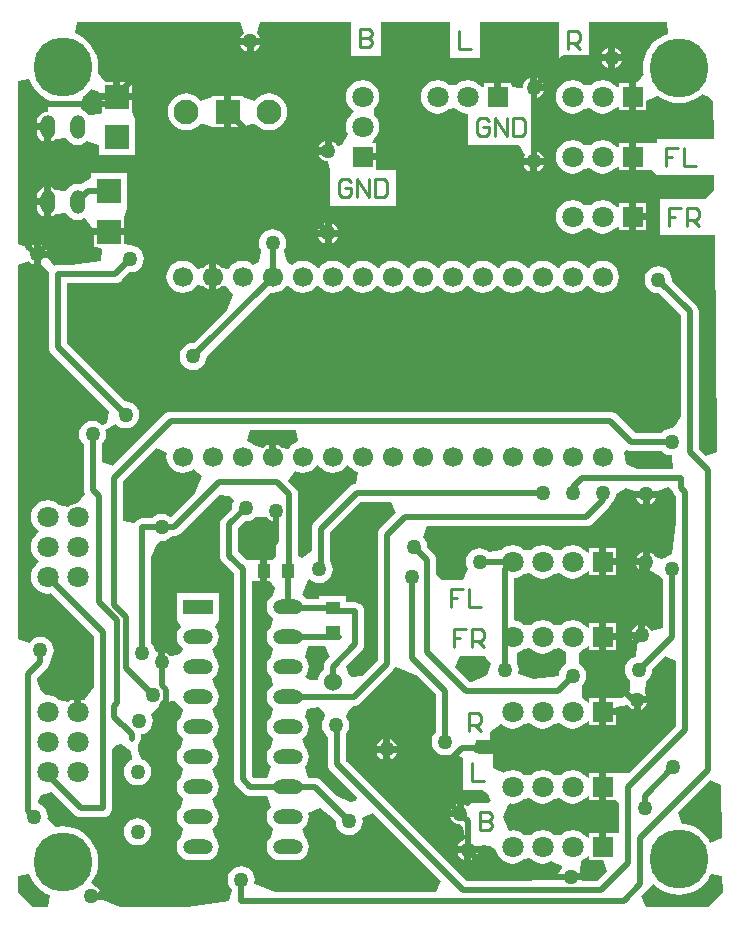
<source format=gtl>
%FSLAX24Y24*%
%MOIN*%
G70*
G01*
G75*
G04 Layer_Physical_Order=1*
G04 Layer_Color=255*
%ADD10R,0.0400X0.0500*%
%ADD11R,0.0500X0.0400*%
%ADD12R,0.0800X0.0800*%
%ADD13C,0.0197*%
%ADD14C,0.0100*%
%ADD15C,0.0709*%
%ADD16C,0.0827*%
%ADD17R,0.0827X0.0827*%
%ADD18C,0.0600*%
%ADD19C,0.1969*%
%ADD20R,0.0709X0.0709*%
%ADD21R,0.0709X0.0709*%
%ADD22C,0.0669*%
%ADD23O,0.0500X0.0800*%
%ADD24R,0.1000X0.0500*%
%ADD25O,0.1000X0.0500*%
%ADD26C,0.0500*%
G36*
X2822Y23988D02*
X2850Y23950D01*
X2923Y23894D01*
X3009Y23859D01*
X3100Y23847D01*
Y22696D01*
X2972Y22550D01*
X2822Y22550D01*
X2822Y22550D01*
Y22550D01*
X2820D01*
Y22200D01*
Y21850D01*
X2822D01*
X2822Y21850D01*
X2822Y21850D01*
X2907Y21850D01*
X3076Y21641D01*
X3023Y21393D01*
X2929Y21321D01*
X2857Y21227D01*
X2812Y21117D01*
X2796Y21000D01*
X2812Y20883D01*
X2857Y20773D01*
X2929Y20679D01*
X3023Y20607D01*
X3023Y20607D01*
D01*
X2929Y20321D01*
X2857Y20227D01*
X2812Y20117D01*
X2796Y20000D01*
X2812Y19883D01*
X2857Y19773D01*
X2929Y19679D01*
X3023Y19607D01*
X3023Y19607D01*
D01*
X2929Y19321D01*
X2857Y19227D01*
X2812Y19117D01*
X2796Y19000D01*
X2812Y18883D01*
X2857Y18773D01*
X2929Y18679D01*
X3023Y18393D01*
X3023D01*
X3023Y18393D01*
X2929Y18321D01*
X2857Y18227D01*
X2812Y18117D01*
X2796Y18000D01*
X2812Y17883D01*
X2857Y17773D01*
X2929Y17679D01*
X3023Y17607D01*
X3023Y17607D01*
D01*
X2929Y17321D01*
X2857Y17227D01*
X2812Y17117D01*
X2796Y17000D01*
X2812Y16883D01*
X2857Y16773D01*
X2929Y16679D01*
X3023Y16607D01*
X3023Y16607D01*
D01*
X2929Y16321D01*
X2857Y16227D01*
X2812Y16117D01*
X2796Y16000D01*
X2812Y15883D01*
X2857Y15773D01*
X2929Y15679D01*
X2933Y15666D01*
X2809Y15301D01*
X2375D01*
X2301Y15375D01*
Y21850D01*
X2301D01*
X2400D01*
X2579Y21850D01*
X2579Y21850D01*
X2579Y21850D01*
X2580D01*
Y22200D01*
Y22550D01*
X2400D01*
D01*
X2400D01*
D01*
X2129Y22550D01*
X1851Y22828D01*
Y23625D01*
X2075Y23849D01*
X2100Y23846D01*
X2217Y23862D01*
X2327Y23907D01*
X2421Y23979D01*
X2428Y23988D01*
X2822Y23988D01*
D02*
G37*
G36*
X-728Y26226D02*
X-523Y26124D01*
X-539Y26000D01*
X-521Y25860D01*
X-467Y25730D01*
X-381Y25619D01*
X-270Y25533D01*
X-140Y25479D01*
X0Y25461D01*
X140Y25479D01*
X270Y25533D01*
X342Y25588D01*
X654Y25349D01*
X428Y24804D01*
X-394Y23982D01*
X-473Y24043D01*
X-583Y24088D01*
X-700Y24104D01*
X-817Y24088D01*
X-927Y24043D01*
X-1021Y23971D01*
X-1036Y23951D01*
X-1350D01*
X-1428Y23941D01*
X-1500Y23911D01*
X-1563Y23863D01*
X-1611Y23800D01*
X-1613Y23795D01*
X-1999Y23872D01*
Y25175D01*
X-884Y26290D01*
X-728Y26226D01*
D02*
G37*
G36*
X7110Y24135D02*
X6587Y23613D01*
X6539Y23551D01*
X6509Y23478D01*
X6499Y23400D01*
Y19225D01*
X5968Y18694D01*
X5658Y18653D01*
X5551Y18741D01*
X5504Y18836D01*
X5447Y19022D01*
X5963Y19537D01*
X6011Y19599D01*
X6041Y19672D01*
X6051Y19750D01*
Y20850D01*
X6041Y20928D01*
X6011Y21000D01*
X5963Y21063D01*
X5900Y21111D01*
X5828Y21141D01*
X5750Y21151D01*
X5450D01*
Y21350D01*
X4550D01*
Y21251D01*
X4125D01*
X4071Y21321D01*
X3977Y21393D01*
X4190Y21908D01*
X4229Y21929D01*
Y21929D01*
X4229Y21929D01*
X4323Y21857D01*
X4433Y21812D01*
X4550Y21796D01*
X4667Y21812D01*
X4777Y21857D01*
X4871Y21929D01*
X4943Y22023D01*
X4988Y22133D01*
X5004Y22250D01*
X4988Y22367D01*
X4943Y22477D01*
X4901Y22532D01*
Y23475D01*
X5925Y24499D01*
X6959D01*
X7110Y24135D01*
D02*
G37*
G36*
X1594Y24688D02*
X1705Y24522D01*
X1662Y24417D01*
X1646Y24300D01*
X1649Y24275D01*
X1337Y23963D01*
X1289Y23900D01*
X1259Y23828D01*
X1249Y23750D01*
Y22700D01*
X1249Y22700D01*
X1249D01*
X1259Y22622D01*
X1289Y22550D01*
X1337Y22487D01*
X1699Y22125D01*
Y15250D01*
X1699Y15250D01*
X1699D01*
X1709Y15172D01*
X1739Y15100D01*
X1787Y15037D01*
X2037Y14787D01*
X2100Y14739D01*
X2172Y14709D01*
X2250Y14699D01*
X2809D01*
X2933Y14334D01*
X2929Y14321D01*
X2857Y14227D01*
X2812Y14117D01*
X2796Y14000D01*
X2812Y13883D01*
X2857Y13773D01*
X2929Y13679D01*
X3023Y13607D01*
X3023Y13607D01*
D01*
X2929Y13321D01*
X2857Y13227D01*
X2812Y13117D01*
X2796Y13000D01*
X2812Y12883D01*
X2857Y12773D01*
X2929Y12679D01*
X3023Y12607D01*
X3133Y12562D01*
X3250Y12546D01*
X3750D01*
X3867Y12562D01*
X3977Y12607D01*
X4071Y12679D01*
X4143Y12773D01*
X4188Y12883D01*
X4204Y13000D01*
X4188Y13117D01*
X4143Y13227D01*
X4071Y13321D01*
X3977Y13607D01*
X4071Y13679D01*
X4143Y13773D01*
X4188Y13883D01*
X4204Y14000D01*
X4188Y14117D01*
X4587Y14283D01*
X5035Y13939D01*
X5099Y13875D01*
X5096Y13850D01*
X5112Y13733D01*
X5157Y13623D01*
X5229Y13529D01*
X5323Y13457D01*
X5433Y13412D01*
X5550Y13396D01*
X5667Y13412D01*
X5777Y13457D01*
X5871Y13529D01*
X5943Y13623D01*
X5988Y13733D01*
X6004Y13850D01*
X5990Y13957D01*
X6125Y14024D01*
X6355Y14119D01*
X8610Y11865D01*
X8459Y11501D01*
X3068D01*
X2411Y11773D01*
X2390Y11797D01*
X2404Y11900D01*
X2388Y12017D01*
X2343Y12127D01*
X2271Y12221D01*
X2177Y12293D01*
X2067Y12338D01*
X1950Y12354D01*
X1833Y12338D01*
X1723Y12293D01*
X1629Y12221D01*
X1557Y12127D01*
X1512Y12017D01*
X1496Y11900D01*
X1512Y11783D01*
X1557Y11673D01*
X1629Y11579D01*
X1646Y11566D01*
X1544Y11186D01*
X130Y11000D01*
X-2085D01*
X-2640Y11230D01*
X-3050D01*
Y11470D01*
X-2721D01*
X-2744Y11527D01*
X-2800Y11600D01*
X-2873Y11656D01*
X-2873Y11656D01*
X-2873D01*
X-3039Y11802D01*
X-3039Y11802D01*
X-3039Y11802D01*
X-2942Y11961D01*
X-2870Y12133D01*
X-2827Y12314D01*
X-2812Y12500D01*
X-2827Y12686D01*
X-2870Y12867D01*
X-2942Y13039D01*
X-3039Y13198D01*
X-3160Y13340D01*
X-3302Y13461D01*
X-3461Y13558D01*
X-3633Y13630D01*
X-3814Y13673D01*
X-4000Y13688D01*
X-4186Y13673D01*
X-4213Y13667D01*
X-4505Y13930D01*
X-4496Y14000D01*
X-4512Y14117D01*
X-4557Y14227D01*
X-4629Y14321D01*
X-4723Y14393D01*
X-4723D01*
X-4830Y14456D01*
X-4819Y14538D01*
X-4734Y14745D01*
X-4348Y14822D01*
X-3613Y14087D01*
X-3550Y14039D01*
X-3478Y14009D01*
X-3400Y13999D01*
X-2650D01*
X-2572Y14009D01*
X-2500Y14039D01*
X-2437Y14087D01*
X-2389Y14150D01*
X-2359Y14222D01*
X-2349Y14300D01*
Y16277D01*
X-2223Y16403D01*
X-2039Y16440D01*
X-1719Y16210D01*
X-1679Y15913D01*
X-1727Y15893D01*
X-1821Y15821D01*
X-1893Y15727D01*
X-1938Y15617D01*
X-1954Y15500D01*
X-1938Y15383D01*
X-1893Y15273D01*
X-1821Y15179D01*
X-1727Y15107D01*
X-1617Y15062D01*
X-1500Y15046D01*
X-1383Y15062D01*
X-1273Y15107D01*
X-1179Y15179D01*
X-1107Y15273D01*
X-1062Y15383D01*
X-1046Y15500D01*
X-1062Y15617D01*
X-1107Y15727D01*
X-1179Y15821D01*
X-1273Y15893D01*
X-1383Y15938D01*
X-1383Y15939D01*
X-1389Y15951D01*
X-1389D01*
X-1487Y16189D01*
X-1487Y16387D01*
X-1475Y16402D01*
X-1475D01*
D01*
D01*
D01*
D01*
Y16402D01*
Y16402D01*
X-1475Y16402D01*
X-1439Y16450D01*
X-1409Y16522D01*
X-1399Y16600D01*
Y16750D01*
X-1399Y16753D01*
X-1333Y16762D01*
X-1223Y16807D01*
X-1129Y16879D01*
X-1057Y16973D01*
X-1012Y17083D01*
X-996Y17200D01*
X-1012Y17317D01*
X-1057Y17427D01*
X-883Y17612D01*
X-773Y17657D01*
X-679Y17729D01*
X-607Y17823D01*
X-605Y17828D01*
X-239Y17876D01*
X12Y17573D01*
X-71Y17321D01*
X-143Y17227D01*
X-188Y17117D01*
X-204Y17000D01*
X-188Y16883D01*
X-143Y16773D01*
X-71Y16679D01*
X23Y16607D01*
X23Y16607D01*
D01*
X-71Y16321D01*
X-143Y16227D01*
X-188Y16117D01*
X-204Y16000D01*
X-188Y15883D01*
X-143Y15773D01*
X-71Y15679D01*
X23Y15607D01*
X23Y15607D01*
D01*
X-71Y15321D01*
X-143Y15227D01*
X-188Y15117D01*
X-204Y15000D01*
X-188Y14883D01*
X-143Y14773D01*
X-71Y14679D01*
X23Y14607D01*
X23Y14607D01*
D01*
X-71Y14321D01*
X-143Y14227D01*
X-188Y14117D01*
X-204Y14000D01*
X-188Y13883D01*
X-143Y13773D01*
X-71Y13679D01*
X23Y13607D01*
X23Y13607D01*
D01*
X-71Y13321D01*
X-143Y13227D01*
X-188Y13117D01*
X-204Y13000D01*
X-188Y12883D01*
X-143Y12773D01*
X-71Y12679D01*
X23Y12607D01*
X133Y12562D01*
X250Y12546D01*
X750D01*
X867Y12562D01*
X977Y12607D01*
X1071Y12679D01*
X1143Y12773D01*
X1188Y12883D01*
X1204Y13000D01*
X1188Y13117D01*
X1143Y13227D01*
X1071Y13321D01*
X977Y13607D01*
X1071Y13679D01*
X1143Y13773D01*
X1188Y13883D01*
X1204Y14000D01*
X1188Y14117D01*
X1143Y14227D01*
X1071Y14321D01*
X977Y14607D01*
X1071Y14679D01*
X1143Y14773D01*
X1188Y14883D01*
X1204Y15000D01*
X1188Y15117D01*
X1143Y15227D01*
X1071Y15321D01*
X977Y15607D01*
X1071Y15679D01*
X1143Y15773D01*
X1188Y15883D01*
X1204Y16000D01*
X1188Y16117D01*
X1143Y16227D01*
X1071Y16321D01*
X977Y16607D01*
X1071Y16679D01*
X1143Y16773D01*
X1188Y16883D01*
X1204Y17000D01*
X1188Y17117D01*
X1143Y17227D01*
X1071Y17321D01*
X977Y17607D01*
X1071Y17679D01*
X1143Y17773D01*
X1188Y17883D01*
X1204Y18000D01*
X1188Y18117D01*
X1143Y18227D01*
X1071Y18321D01*
X977Y18607D01*
X1071Y18679D01*
X1143Y18773D01*
X1188Y18883D01*
X1204Y19000D01*
X1188Y19117D01*
X1143Y19227D01*
X1071Y19321D01*
X977Y19607D01*
X1071Y19679D01*
X1143Y19773D01*
X1188Y19883D01*
X1204Y20000D01*
X1188Y20117D01*
X1143Y20227D01*
X1071Y20321D01*
D01*
D01*
X1071Y20321D01*
X1071Y20321D01*
X1200Y20550D01*
X1200Y20550D01*
D01*
D01*
D01*
X1200Y20655D01*
X1200Y20655D01*
X1200D01*
Y21450D01*
X-200D01*
Y20655D01*
X-200Y20655D01*
X-200D01*
X-200Y20550D01*
D01*
D01*
D01*
X-200Y20550D01*
X-71Y20321D01*
D01*
D01*
Y20321D01*
X-143Y20227D01*
X-188Y20117D01*
X-204Y20000D01*
X-188Y19883D01*
X-143Y19773D01*
X-71Y19679D01*
X23Y19607D01*
X23Y19607D01*
D01*
X-17Y19485D01*
X-191Y19404D01*
X-423Y19364D01*
X-450Y19400D01*
X-523Y19456D01*
X-580Y19479D01*
Y19150D01*
X-820D01*
Y19490D01*
X-901Y19488D01*
X-912Y19567D01*
X-957Y19677D01*
X-1029Y19771D01*
X-1049Y19786D01*
Y22653D01*
X-860Y23109D01*
X-753Y23203D01*
X-700Y23196D01*
X-583Y23212D01*
X-473Y23257D01*
X-379Y23329D01*
X-364Y23349D01*
X-300D01*
X-222Y23359D01*
X-149Y23389D01*
X-87Y23437D01*
X1202Y24726D01*
X1594Y24688D01*
D02*
G37*
G36*
X14872Y26209D02*
X14950Y26199D01*
X15964D01*
X15979Y26179D01*
X16073Y26107D01*
X16183Y26062D01*
X16297Y26046D01*
X16302Y26033D01*
X16358Y25608D01*
X16351Y25601D01*
X15147D01*
X14767Y25759D01*
X14698Y26146D01*
X14799Y26239D01*
D01*
X14799Y26239D01*
X14872Y26209D01*
D02*
G37*
G36*
X3841Y26513D02*
X3730Y26467D01*
X3619Y26381D01*
X3533Y26270D01*
D01*
X3310Y26310D01*
X3219Y26380D01*
X3120Y26421D01*
Y26000D01*
X2880D01*
Y26421D01*
X2781Y26380D01*
X2690Y26310D01*
X2381Y26381D01*
X2270Y26467D01*
X2159Y26513D01*
X2236Y26899D01*
X3764D01*
X3841Y26513D01*
D02*
G37*
G36*
X16172Y24999D02*
X16312Y24899D01*
X16342Y24827D01*
X16390Y24764D01*
X16447Y24707D01*
Y23824D01*
X16308Y22767D01*
X16105Y22656D01*
X16073Y22643D01*
X16054Y22629D01*
X15963Y22579D01*
X15756Y22677D01*
X15700Y22750D01*
X15627Y22806D01*
X15570Y22829D01*
Y22500D01*
Y22171D01*
X15627Y22194D01*
X15627D01*
Y22194D01*
X15907Y22023D01*
X15979Y21929D01*
X15999Y21914D01*
Y20286D01*
X15613Y20209D01*
X15606Y20227D01*
X15550Y20300D01*
X15477Y20356D01*
X15420Y20379D01*
Y20050D01*
X15300D01*
Y19930D01*
X14971D01*
X14994Y19873D01*
X15050Y19800D01*
X15123Y19744D01*
X15154Y19731D01*
X15103Y19341D01*
X15083Y19338D01*
X14973Y19293D01*
X14879Y19221D01*
X14807Y19127D01*
X14762Y19017D01*
X14746Y18900D01*
X14762Y18783D01*
X14807Y18673D01*
X14879Y18579D01*
X14913Y18553D01*
X14913Y18233D01*
X14635Y17954D01*
X14454D01*
Y17954D01*
X14120D01*
Y17620D01*
X14454D01*
Y17656D01*
X14840Y17733D01*
X14844Y17723D01*
X14900Y17650D01*
X14973Y17594D01*
X15030Y17571D01*
Y17900D01*
X15150D01*
Y18020D01*
X15479D01*
X15456Y18077D01*
X15407Y18140D01*
X15458Y18531D01*
X15521Y18579D01*
X15593Y18673D01*
X15638Y18783D01*
X15654Y18900D01*
X15651Y18925D01*
X16084Y19358D01*
X16447Y19207D01*
Y17023D01*
X14879Y15454D01*
X14454Y15454D01*
D01*
X14454D01*
D01*
X14193Y15454D01*
X14193Y15454D01*
X14193Y15454D01*
X14120D01*
Y15000D01*
Y14546D01*
X14271D01*
X14271Y14546D01*
X14271Y14546D01*
X14454Y14546D01*
X14549Y14451D01*
Y13454D01*
X14549D01*
X14454D01*
X14271Y13454D01*
X14271Y13454D01*
X14271Y13454D01*
X14120D01*
Y13000D01*
X13880D01*
Y13454D01*
X13546D01*
Y13305D01*
X13395Y13395D01*
Y13395D01*
X13395Y13395D01*
X13395Y13395D01*
X13395Y13395D01*
D01*
X13280Y13484D01*
X13145Y13540D01*
X13000Y13559D01*
X12855Y13540D01*
X12720Y13484D01*
X12605Y13395D01*
X12411Y13381D01*
X12395Y13395D01*
X12395Y13395D01*
Y13395D01*
X12280Y13484D01*
X12145Y13540D01*
X12000Y13559D01*
X11855Y13540D01*
X11720Y13484D01*
X11605Y13395D01*
X11411Y13381D01*
X11395Y13395D01*
X11395Y13395D01*
Y13395D01*
X11280Y13484D01*
X11145Y13540D01*
X11000Y13559D01*
X10896Y13545D01*
X10829Y13604D01*
X10665Y14000D01*
X10829Y14396D01*
X10896Y14455D01*
X11000Y14441D01*
X11145Y14460D01*
X11280Y14516D01*
X11395Y14605D01*
X11589Y14619D01*
X11605Y14605D01*
X11605Y14605D01*
Y14605D01*
X11720Y14516D01*
X11855Y14460D01*
X12000Y14441D01*
X12145Y14460D01*
X12280Y14516D01*
X12395Y14605D01*
X12589Y14619D01*
X12605Y14605D01*
X12605Y14605D01*
Y14605D01*
X12720Y14516D01*
X12855Y14460D01*
X13000Y14441D01*
X13145Y14460D01*
X13280Y14516D01*
X13395Y14605D01*
D01*
X13395Y14605D01*
X13395Y14605D01*
X13395Y14605D01*
Y14605D01*
X13546Y14695D01*
Y14546D01*
X13880D01*
Y15000D01*
Y15454D01*
X13546D01*
Y15305D01*
X13395Y15395D01*
Y15395D01*
X13395Y15395D01*
X13395Y15395D01*
X13395Y15395D01*
D01*
X13280Y15484D01*
X13145Y15540D01*
X13000Y15559D01*
X12855Y15540D01*
X12720Y15484D01*
X12605Y15395D01*
X12411Y15381D01*
X12395Y15395D01*
X12395Y15395D01*
Y15395D01*
X12280Y15484D01*
X12145Y15540D01*
X12000Y15559D01*
X11855Y15540D01*
X11720Y15484D01*
X11605Y15395D01*
X11411Y15381D01*
X11395Y15395D01*
X11395Y15395D01*
Y15395D01*
X11280Y15484D01*
X11145Y15540D01*
X11000Y15559D01*
X10855Y15540D01*
X10720Y15484D01*
X10703Y15471D01*
X10350Y15645D01*
Y16100D01*
X9871D01*
X9716Y16164D01*
X9793Y16550D01*
X10250D01*
Y16832D01*
X10605Y17105D01*
X10720Y17016D01*
X10855Y16960D01*
X11000Y16941D01*
X11145Y16960D01*
X11280Y17016D01*
X11395Y17105D01*
X11589Y17119D01*
X11605Y17105D01*
X11605Y17105D01*
Y17105D01*
X11720Y17016D01*
X11855Y16960D01*
X12000Y16941D01*
X12145Y16960D01*
X12280Y17016D01*
X12395Y17105D01*
X12589Y17119D01*
X12605Y17105D01*
X12605Y17105D01*
Y17105D01*
X12720Y17016D01*
X12855Y16960D01*
X13000Y16941D01*
X13145Y16960D01*
X13280Y17016D01*
X13395Y17105D01*
D01*
X13395Y17105D01*
X13395Y17105D01*
X13395Y17105D01*
Y17105D01*
X13546Y17195D01*
Y17046D01*
X13880D01*
Y17500D01*
Y17954D01*
X13546D01*
Y17805D01*
X13546Y17805D01*
X13299Y17969D01*
Y18363D01*
X13321Y18379D01*
X13393Y18473D01*
X13438Y18583D01*
X13454Y18700D01*
X13438Y18817D01*
X13393Y18927D01*
X13321Y19021D01*
X13227Y19093D01*
X13218Y19097D01*
Y19476D01*
X13274Y19513D01*
X13280Y19516D01*
X13294Y19527D01*
X13546Y19695D01*
X13546Y19695D01*
Y19546D01*
X13880D01*
Y20000D01*
Y20454D01*
X13546D01*
Y20305D01*
X13395Y20395D01*
Y20395D01*
X13395Y20395D01*
X13395Y20395D01*
X13395Y20395D01*
D01*
X13280Y20484D01*
X13145Y20540D01*
X13000Y20559D01*
X12855Y20540D01*
X12720Y20484D01*
X12605Y20395D01*
X12411Y20381D01*
X12395Y20395D01*
X12395Y20395D01*
Y20395D01*
X12280Y20484D01*
X12145Y20540D01*
X12000Y20559D01*
X11855Y20540D01*
X11720Y20484D01*
X11605Y20395D01*
X11411Y20381D01*
X11395Y20395D01*
X11395Y20395D01*
Y20395D01*
X11280Y20484D01*
X11145Y20540D01*
X11051Y20552D01*
Y21948D01*
X11145Y21960D01*
X11280Y22016D01*
X11395Y22105D01*
X11589Y22119D01*
X11605Y22105D01*
X11605Y22105D01*
Y22105D01*
X11720Y22016D01*
X11855Y21960D01*
X12000Y21941D01*
X12145Y21960D01*
X12280Y22016D01*
X12395Y22105D01*
X12589Y22119D01*
X12605Y22105D01*
X12605Y22105D01*
Y22105D01*
X12720Y22016D01*
X12855Y21960D01*
X13000Y21941D01*
X13145Y21960D01*
X13280Y22016D01*
X13395Y22105D01*
D01*
X13395Y22105D01*
X13395Y22105D01*
X13395Y22105D01*
Y22105D01*
X13546Y22195D01*
Y22046D01*
X13880D01*
Y22500D01*
Y22954D01*
X13546D01*
Y22805D01*
X13395Y22895D01*
Y22895D01*
X13395Y22895D01*
X13395Y22895D01*
X13395Y22895D01*
D01*
X13280Y22984D01*
X13145Y23040D01*
X13000Y23059D01*
X12855Y23040D01*
X12720Y22984D01*
X12605Y22895D01*
X12411Y22881D01*
X12395Y22895D01*
X12395Y22895D01*
Y22895D01*
X12280Y22984D01*
X12145Y23040D01*
X12000Y23059D01*
X11855Y23040D01*
X11720Y22984D01*
X11605Y22895D01*
X11411Y22881D01*
X11395Y22895D01*
X11395Y22895D01*
Y22895D01*
X11280Y22984D01*
X11145Y23040D01*
X11000Y23059D01*
X10855Y23040D01*
X10720Y22984D01*
X10605Y22895D01*
X10596Y22884D01*
X10206Y22833D01*
X10127Y22893D01*
X10017Y22938D01*
X9900Y22954D01*
X9783Y22938D01*
X9673Y22893D01*
X9579Y22821D01*
X9507Y22727D01*
X9462Y22617D01*
X9446Y22500D01*
X9462Y22383D01*
X9507Y22273D01*
X9522Y22253D01*
X9348Y21900D01*
X8729D01*
X8729Y21900D01*
X8729Y21900D01*
X8650Y21900D01*
X8451Y22099D01*
Y22550D01*
X8441Y22628D01*
X8411Y22701D01*
X8363Y22763D01*
X8151Y22975D01*
X8154Y23000D01*
X8138Y23117D01*
X8093Y23227D01*
X8021Y23321D01*
X8014Y23326D01*
X8141Y23699D01*
X13450D01*
X13528Y23709D01*
X13600Y23739D01*
X13663Y23787D01*
X14213Y24337D01*
X14261Y24399D01*
X14279Y24444D01*
X14281Y24448D01*
X14321Y24479D01*
X14393Y24573D01*
X14438Y24683D01*
X14451Y24776D01*
X14792Y24973D01*
X15040Y24870D01*
X15860D01*
X16172Y24999D01*
D01*
Y24999D01*
D02*
G37*
G36*
X5619Y25619D02*
X5619Y25619D01*
Y25619D01*
X5730Y25533D01*
X5836Y25489D01*
X5784Y25099D01*
X5722Y25091D01*
X5649Y25061D01*
X5587Y25013D01*
X4387Y23813D01*
X4339Y23751D01*
X4309Y23678D01*
X4299Y23600D01*
Y22874D01*
X3979Y22645D01*
X3849Y22689D01*
Y24752D01*
X3839Y24829D01*
X3809Y24902D01*
X3761Y24964D01*
X3526Y25200D01*
X3745Y25527D01*
X3860Y25479D01*
X4000Y25461D01*
X4140Y25479D01*
X4270Y25533D01*
X4381Y25619D01*
X4467Y25730D01*
X4619Y25619D01*
X4619Y25619D01*
Y25619D01*
X4730Y25533D01*
X4860Y25479D01*
X5000Y25461D01*
X5140Y25479D01*
X5270Y25533D01*
X5381Y25619D01*
X5467Y25730D01*
X5619Y25619D01*
D02*
G37*
G36*
X12605Y19605D02*
X12605Y19605D01*
Y19605D01*
X12720Y19516D01*
X12782Y19490D01*
Y19097D01*
X12773Y19093D01*
X12679Y19021D01*
X12607Y18927D01*
X12562Y18817D01*
X12546Y18700D01*
X11667Y18584D01*
X11211Y18773D01*
X11190Y18797D01*
X11204Y18900D01*
X11188Y19017D01*
X11143Y19127D01*
X11145Y19460D01*
D01*
X11145Y19460D01*
X11280Y19516D01*
X11395Y19605D01*
X11589Y19619D01*
X11605Y19605D01*
X11605Y19605D01*
Y19605D01*
X11720Y19516D01*
X11855Y19460D01*
X12000Y19441D01*
X12145Y19460D01*
X12280Y19516D01*
X12395Y19605D01*
X12589Y19619D01*
X12605Y19605D01*
D02*
G37*
G36*
X13546Y12546D02*
X14006D01*
X14156Y12182D01*
X13825Y11851D01*
X13329D01*
X13324Y11880D01*
X12950D01*
Y12120D01*
X13279D01*
X13256Y12177D01*
X13280Y12516D01*
D01*
D01*
X13395Y12605D01*
D01*
X13395Y12605D01*
X13395Y12605D01*
X13395Y12605D01*
Y12605D01*
X13546Y12695D01*
Y12695D01*
Y12546D01*
D02*
G37*
G36*
X17957Y15068D02*
X17978Y13297D01*
X17594Y13138D01*
X17496Y13297D01*
X17375Y13438D01*
X17234Y13559D01*
X17075Y13657D01*
X16903Y13728D01*
X16721Y13772D01*
X16658Y13777D01*
X16522Y14146D01*
X17592Y15217D01*
X17957Y15068D01*
D02*
G37*
G36*
X-5058Y11961D02*
X-4961Y11802D01*
X-4840Y11660D01*
X-4698Y11539D01*
X-4539Y11442D01*
X-4405Y11386D01*
X-4482Y11000D01*
X-5000D01*
X-5500Y11500D01*
Y12018D01*
X-5114Y12095D01*
X-5058Y11961D01*
D02*
G37*
G36*
X17994Y12017D02*
X18000Y11500D01*
X17500Y11000D01*
X15440D01*
X15289Y11364D01*
X15463Y11537D01*
X15511Y11600D01*
X15511Y11600D01*
Y11600D01*
X15695Y11758D01*
D01*
D01*
D01*
X15837Y11637D01*
X15996Y11540D01*
X16168Y11469D01*
X16350Y11425D01*
X16535Y11411D01*
X16721Y11425D01*
X16903Y11469D01*
X17075Y11540D01*
X17234Y11637D01*
X17375Y11758D01*
X17496Y11900D01*
X17594Y12059D01*
X17607Y12091D01*
X17994Y12017D01*
D02*
G37*
G36*
X4910Y19335D02*
X4787Y19213D01*
X4739Y19151D01*
X4709Y19078D01*
X4699Y19000D01*
Y18899D01*
X4643Y18857D01*
X4563Y18752D01*
X4513Y18631D01*
X4505Y18574D01*
X4245Y18548D01*
X4069Y18666D01*
X4068Y18670D01*
X4071Y18679D01*
X4143Y18773D01*
X4188Y18883D01*
X4204Y19000D01*
X4188Y19117D01*
X4143Y19227D01*
X4071Y19321D01*
X4067Y19334D01*
X4191Y19699D01*
X4759D01*
X4910Y19335D01*
D02*
G37*
G36*
X7836Y18689D02*
X8449Y18075D01*
Y16836D01*
X8429Y16821D01*
X8357Y16727D01*
X8312Y16617D01*
X8296Y16500D01*
X8312Y16383D01*
X8357Y16273D01*
X8429Y16179D01*
X8523Y16107D01*
X8633Y16062D01*
X8750Y16046D01*
X8867Y16062D01*
X8977Y16107D01*
X8997Y16122D01*
X9350Y15948D01*
Y14900D01*
X9976D01*
X10185Y14761D01*
X10264Y14527D01*
X10163Y14450D01*
X9600D01*
Y14450D01*
X9500Y14350D01*
X9500Y14350D01*
X9427Y14406D01*
X9370Y14429D01*
Y14100D01*
X9250D01*
Y13980D01*
X8921D01*
X8944Y13923D01*
X9000Y13850D01*
X9073Y13794D01*
X9159Y13759D01*
X9250Y13747D01*
X9351Y13677D01*
X9401Y13298D01*
X9391Y13233D01*
X9323Y13206D01*
X9250Y13150D01*
X9194Y13077D01*
X9171Y13020D01*
X9910D01*
X10026Y13068D01*
X10001Y13058D01*
X10248Y13025D01*
X10453Y12907D01*
X10460Y12855D01*
X10516Y12720D01*
X10605Y12605D01*
X10720Y12516D01*
X10855Y12460D01*
X11000Y12441D01*
X11145Y12460D01*
X11280Y12516D01*
X11395Y12605D01*
X11589Y12619D01*
X11605Y12605D01*
X11605Y12605D01*
Y12605D01*
X11720Y12516D01*
X11855Y12460D01*
X12000Y12441D01*
X12145Y12460D01*
X12280Y12516D01*
X12282Y12518D01*
X12646Y12367D01*
X12656Y12289D01*
X12416Y11976D01*
X11465Y11851D01*
X9475D01*
X5451Y15875D01*
Y16768D01*
X5493Y16823D01*
X5538Y16933D01*
X5554Y17050D01*
X5538Y17167D01*
X5493Y17277D01*
X5439Y17347D01*
X5504Y17479D01*
X5674Y17701D01*
X5702D01*
X5779Y17711D01*
X5852Y17741D01*
X5914Y17789D01*
X7013Y18887D01*
X7061Y18950D01*
X7061D01*
X7105Y18991D01*
Y18991D01*
X7836Y18689D01*
D02*
G37*
G36*
X4696Y17479D02*
X4761Y17347D01*
X4707Y17277D01*
X4662Y17167D01*
X4646Y17050D01*
X4662Y16933D01*
X4707Y16823D01*
X4779Y16729D01*
X4849Y16675D01*
Y15750D01*
X4849Y15750D01*
X4849D01*
X4859Y15672D01*
X4889Y15599D01*
X4937Y15537D01*
X5819Y14655D01*
X5765Y14524D01*
X5593Y14490D01*
X5086Y14740D01*
X4613Y15213D01*
X4550Y15261D01*
X4478Y15291D01*
X4400Y15301D01*
X4191D01*
X4067Y15666D01*
X4071Y15679D01*
X4143Y15773D01*
X4188Y15883D01*
X4204Y16000D01*
X4188Y16117D01*
X4143Y16227D01*
X4071Y16321D01*
X3977Y16607D01*
X4071Y16679D01*
X4143Y16773D01*
X4188Y16883D01*
X4204Y17000D01*
X4188Y17117D01*
X4143Y17227D01*
X4071Y17321D01*
X4065Y17338D01*
X4158Y17610D01*
X4546Y17674D01*
X4696Y17479D01*
D02*
G37*
G36*
X10125Y19305D02*
X10267Y19093D01*
X10152Y18717D01*
X9632Y18501D01*
X9575D01*
X9089Y18986D01*
X9240Y19350D01*
X10066D01*
X10125Y19305D01*
D02*
G37*
G36*
X16180Y40109D02*
X16168Y40106D01*
X15996Y40035D01*
X15837Y39937D01*
X15695Y39816D01*
X15574Y39675D01*
X15477Y39516D01*
X15406Y39343D01*
X15362Y39162D01*
X15348Y38976D01*
X15362Y38791D01*
X15369Y38764D01*
X15170Y38512D01*
X15120Y38491D01*
Y38000D01*
Y37546D01*
X15454D01*
Y37872D01*
X15812Y38037D01*
X15837Y38015D01*
X15996Y37918D01*
X16168Y37847D01*
X16350Y37803D01*
X16535Y37788D01*
X16721Y37803D01*
X16903Y37847D01*
X17075Y37918D01*
X17234Y38015D01*
X17324Y38092D01*
X17544Y37992D01*
X17683Y37874D01*
X17698Y36603D01*
X17400Y36600D01*
Y36600D01*
X15800D01*
Y36454D01*
X15454D01*
Y36454D01*
X15120D01*
Y36000D01*
Y35546D01*
X15454D01*
Y35546D01*
X15654D01*
X15800Y35400D01*
Y35400D01*
X17400D01*
Y35400D01*
X17713D01*
X17719Y34880D01*
X17442Y34600D01*
X15900D01*
Y33400D01*
X17457D01*
D01*
X17500Y33400D01*
X17500D01*
X17737D01*
X17824Y26168D01*
X17461Y26015D01*
X17201Y26275D01*
Y30850D01*
X17191Y30928D01*
X17161Y31000D01*
X17113Y31063D01*
X16301Y31875D01*
X16304Y31900D01*
X16288Y32017D01*
X16243Y32127D01*
X16171Y32221D01*
X16077Y32293D01*
X15967Y32338D01*
X15850Y32354D01*
X15733Y32338D01*
X15623Y32293D01*
X15529Y32221D01*
X15457Y32127D01*
X15412Y32017D01*
X15396Y31900D01*
X15412Y31783D01*
X15457Y31673D01*
X15529Y31579D01*
X15623Y31507D01*
X15733Y31462D01*
X15850Y31446D01*
X15875Y31449D01*
X16599Y30725D01*
Y27377D01*
X16493Y27120D01*
X16303Y26953D01*
X16300Y26954D01*
X16183Y26938D01*
X16073Y26893D01*
X15979Y26821D01*
X15964Y26801D01*
X15075D01*
X14463Y27413D01*
X14401Y27461D01*
X14328Y27491D01*
X14250Y27501D01*
X-400D01*
X-478Y27491D01*
X-551Y27461D01*
X-613Y27413D01*
X-2335Y25690D01*
X-2699Y25841D01*
Y26414D01*
X-2679Y26429D01*
X-2607Y26523D01*
X-2562Y26633D01*
X-2546Y26750D01*
X-2562Y26867D01*
X-2576Y26902D01*
X-2235Y27099D01*
X-2221Y27081D01*
X-2127Y27009D01*
X-2017Y26963D01*
X-1900Y26948D01*
X-1783Y26963D01*
X-1673Y27009D01*
X-1579Y27081D01*
X-1507Y27175D01*
X-1462Y27284D01*
X-1446Y27402D01*
X-1462Y27519D01*
X-1507Y27629D01*
X-1579Y27723D01*
X-1673Y27795D01*
X-1783Y27840D01*
X-1900Y27855D01*
X-1925Y27852D01*
X-3849Y29776D01*
Y31799D01*
X-2250D01*
X-2172Y31809D01*
X-2100Y31839D01*
X-2037Y31887D01*
X-2037Y31887D01*
X-2037Y31887D01*
X-1775Y32149D01*
X-1750Y32146D01*
X-1633Y32162D01*
X-1523Y32207D01*
X-1429Y32279D01*
X-1357Y32373D01*
X-1312Y32483D01*
X-1296Y32600D01*
X-1312Y32717D01*
X-1357Y32827D01*
X-1429Y32921D01*
X-1523Y32993D01*
X-1633Y33038D01*
X-1750Y33054D01*
D01*
D01*
D01*
X-1750Y33054D01*
X-1750Y33054D01*
X-1950Y33094D01*
Y33380D01*
X-2950D01*
Y33000D01*
X-2871D01*
X-2680Y32921D01*
X-2731Y32531D01*
X-3716Y32401D01*
X-4150D01*
X-4228Y32391D01*
X-4300Y32361D01*
X-4489Y32630D01*
X-4730D01*
Y32393D01*
X-4442Y32171D01*
X-4451Y32100D01*
Y29652D01*
X-4451Y29652D01*
X-4451D01*
X-4441Y29574D01*
X-4411Y29501D01*
X-4363Y29439D01*
X-2457Y27533D01*
X-2509Y27143D01*
X-2665Y27053D01*
X-2679Y27071D01*
X-2773Y27143D01*
X-2883Y27188D01*
X-3000Y27204D01*
X-3117Y27188D01*
X-3227Y27143D01*
X-3321Y27071D01*
X-3393Y26977D01*
X-3438Y26867D01*
X-3454Y26750D01*
X-3438Y26633D01*
X-3393Y26523D01*
X-3321Y26429D01*
X-3301Y26414D01*
Y24900D01*
X-3301Y24900D01*
X-3301D01*
X-3291Y24822D01*
X-3261Y24750D01*
X-3261Y24750D01*
X-3500Y24458D01*
X-3619Y24443D01*
X-3729Y24397D01*
X-3824Y24324D01*
X-3824D01*
X-4105Y24395D01*
X-4220Y24484D01*
X-4355Y24540D01*
X-4500Y24559D01*
X-4645Y24540D01*
X-4780Y24484D01*
X-4895Y24395D01*
X-4984Y24280D01*
X-5040Y24145D01*
X-5059Y24000D01*
X-5040Y23855D01*
X-4984Y23720D01*
X-4895Y23605D01*
X-4895Y23605D01*
X-4780Y23516D01*
X-4895Y23395D01*
X-4895Y23395D01*
X-4895D01*
X-4984Y23280D01*
X-5040Y23145D01*
X-5059Y23000D01*
X-5040Y22855D01*
X-4984Y22720D01*
X-4895Y22605D01*
X-4895Y22605D01*
X-4780Y22516D01*
X-4895Y22395D01*
X-4895Y22395D01*
X-4895D01*
X-4984Y22280D01*
X-5040Y22145D01*
X-5059Y22000D01*
X-5040Y21855D01*
X-4984Y21720D01*
X-4895Y21605D01*
X-4780Y21516D01*
X-4645Y21460D01*
X-4500Y21441D01*
X-4382Y21456D01*
X-2951Y20025D01*
Y18314D01*
X-3258Y17913D01*
X-3278Y17900D01*
X-3380Y17942D01*
Y17500D01*
X-3620D01*
Y17942D01*
X-3729Y17897D01*
X-3824Y17824D01*
X-3824D01*
X-4105Y17895D01*
X-4220Y17984D01*
X-4355Y18040D01*
X-4500Y18059D01*
X-4553Y18052D01*
X-4705Y18185D01*
X-4849Y18533D01*
Y18625D01*
X-4537Y18937D01*
X-4489Y19000D01*
X-4459Y19072D01*
X-4459D01*
D01*
X-4459Y19072D01*
D01*
D01*
X-4459D01*
X-4459Y19072D01*
X-4357Y19323D01*
X-4357Y19323D01*
D01*
X-4312Y19433D01*
X-4296Y19550D01*
X-4312Y19667D01*
X-4357Y19777D01*
X-4429Y19871D01*
X-4523Y19943D01*
X-4633Y19988D01*
X-4750Y20004D01*
X-4867Y19988D01*
X-4977Y19943D01*
X-5071Y19871D01*
X-5127Y19798D01*
X-5492Y19921D01*
X-5500Y19925D01*
Y32410D01*
X-5127Y32536D01*
X-5100Y32500D01*
X-5027Y32444D01*
X-4970Y32421D01*
Y32750D01*
Y33079D01*
X-5027Y33056D01*
X-5100Y33000D01*
X-5127Y32964D01*
X-5500Y33090D01*
Y38518D01*
X-5114Y38595D01*
X-5058Y38461D01*
X-4961Y38302D01*
X-4840Y38160D01*
X-4698Y38039D01*
X-4539Y37942D01*
X-4447Y37903D01*
X-4500Y37503D01*
X-4591Y37491D01*
X-4677Y37456D01*
X-4750Y37400D01*
X-4806Y37327D01*
X-4841Y37241D01*
X-4853Y37150D01*
Y37120D01*
X-4500D01*
Y37000D01*
X-4380D01*
Y36521D01*
X-4323Y36544D01*
X-4250Y36600D01*
X-3893Y36623D01*
Y36623D01*
X-3893Y36623D01*
X-3821Y36529D01*
X-3727Y36457D01*
X-3617Y36412D01*
X-3500Y36396D01*
X-3383Y36412D01*
X-3273Y36457D01*
X-3179Y36529D01*
X-3173Y36537D01*
X-2800Y36411D01*
Y36050D01*
X-1600D01*
Y37222D01*
X-1600Y37222D01*
X-1600Y37222D01*
X-1600Y37250D01*
X-1700Y37500D01*
D01*
X-1700Y37528D01*
X-1700Y37528D01*
X-1700Y37528D01*
Y37880D01*
X-2700D01*
Y37528D01*
X-2700Y37528D01*
X-2700Y37528D01*
X-2700Y37500D01*
D01*
X-2724Y37440D01*
X-3114Y37386D01*
X-3179Y37471D01*
X-3273Y37543D01*
X-3372Y37584D01*
X-3376Y37635D01*
X-3325Y38025D01*
X-3302Y38039D01*
X-3160Y38160D01*
X-3069Y38266D01*
X-2847Y38184D01*
X-2742Y38120D01*
X-2320D01*
Y38500D01*
X-2584D01*
X-2828Y38809D01*
X-2827Y38814D01*
X-2812Y39000D01*
X-2827Y39186D01*
X-2870Y39367D01*
X-2942Y39539D01*
X-3039Y39698D01*
X-3160Y39840D01*
X-3302Y39961D01*
X-3461Y40058D01*
X-3595Y40114D01*
X-3518Y40500D01*
X1910D01*
X2036Y40127D01*
X2000Y40100D01*
X1944Y40027D01*
X1921Y39970D01*
X2579D01*
X2556Y40027D01*
X2500Y40100D01*
X2464Y40127D01*
X2590Y40500D01*
X5600D01*
Y39350D01*
X6600D01*
Y40500D01*
X8900D01*
D01*
Y40500D01*
X8900Y40222D01*
X8900Y40222D01*
X8900Y40222D01*
Y39300D01*
X9900D01*
Y40222D01*
X9900Y40222D01*
X9900Y40222D01*
X9900Y40500D01*
X9900Y40500D01*
X12550D01*
D01*
Y40500D01*
X12550Y40222D01*
X12550Y40222D01*
X12550Y40222D01*
Y39300D01*
X13550D01*
Y40222D01*
X13550Y40222D01*
X13550Y40222D01*
X13550Y40500D01*
X13550Y40500D01*
X16134D01*
X16180Y40109D01*
D02*
G37*
%LPC*%
G36*
X14180Y39180D02*
X13971D01*
X13994Y39123D01*
X14050Y39050D01*
X14123Y38994D01*
X14180Y38971D01*
Y39180D01*
D02*
G37*
G36*
X11820Y38629D02*
Y38420D01*
X12029D01*
X12006Y38477D01*
X11950Y38550D01*
X11877Y38606D01*
X11820Y38629D01*
D02*
G37*
G36*
X14454Y17380D02*
X14120D01*
Y17046D01*
X14454D01*
Y17380D01*
D02*
G37*
G36*
X15479Y17780D02*
X15270D01*
Y17571D01*
X15327Y17594D01*
X15400Y17650D01*
X15456Y17723D01*
X15479Y17780D01*
D02*
G37*
G36*
X14629Y39180D02*
X14420D01*
Y38971D01*
X14477Y38994D01*
X14550Y39050D01*
X14606Y39123D01*
X14629Y39180D01*
D02*
G37*
G36*
X14000Y38559D02*
X13855Y38540D01*
X13720Y38484D01*
X13605Y38395D01*
X13411Y38381D01*
X13395Y38395D01*
X13395Y38395D01*
Y38395D01*
X13280Y38484D01*
X13145Y38540D01*
X13000Y38559D01*
X12855Y38540D01*
X12720Y38484D01*
X12605Y38395D01*
X12516Y38280D01*
X12460Y38145D01*
X12441Y38000D01*
X12460Y37855D01*
X12516Y37720D01*
X12605Y37605D01*
X12720Y37516D01*
X12855Y37460D01*
X13000Y37441D01*
X13145Y37460D01*
X13280Y37516D01*
X13395Y37605D01*
X13589Y37619D01*
X13605Y37605D01*
X13605Y37605D01*
Y37605D01*
X13720Y37516D01*
X13855Y37460D01*
X14000Y37441D01*
X14145Y37460D01*
X14280Y37516D01*
X14395Y37605D01*
D01*
X14395Y37605D01*
X14395Y37605D01*
X14395Y37605D01*
Y37605D01*
X14546Y37695D01*
Y37546D01*
X14880D01*
Y38000D01*
Y38454D01*
X14546D01*
Y38305D01*
X14395Y38395D01*
Y38395D01*
X14395Y38395D01*
X14395Y38395D01*
X14395Y38395D01*
D01*
X14280Y38484D01*
X14145Y38540D01*
X14000Y38559D01*
D02*
G37*
G36*
X11580Y38629D02*
X11523Y38606D01*
X11450Y38550D01*
X11394Y38477D01*
X11359Y38391D01*
X11347Y38302D01*
X11347Y38302D01*
X11242Y38308D01*
X11242D01*
X10963Y38327D01*
X10954Y38454D01*
X10954D01*
D01*
D01*
X10942D01*
Y38454D01*
X10620D01*
Y38000D01*
X10380D01*
Y38454D01*
X10046D01*
Y38305D01*
X9895Y38395D01*
Y38395D01*
X9895Y38395D01*
X9895Y38395D01*
X9895Y38395D01*
D01*
X9780Y38484D01*
X9645Y38540D01*
X9500Y38559D01*
X9355Y38540D01*
X9220Y38484D01*
X9105Y38395D01*
X8911Y38381D01*
X8895Y38395D01*
X8895Y38395D01*
Y38395D01*
X8780Y38484D01*
X8645Y38540D01*
X8500Y38559D01*
X8355Y38540D01*
X8220Y38484D01*
X8105Y38395D01*
X8016Y38280D01*
X7960Y38145D01*
X7941Y38000D01*
X7960Y37855D01*
X8016Y37720D01*
X8105Y37605D01*
X8220Y37516D01*
X8355Y37460D01*
X8500Y37441D01*
X8645Y37460D01*
X8780Y37516D01*
X8895Y37605D01*
X9089Y37619D01*
X9105Y37605D01*
X9105Y37605D01*
Y37605D01*
X9220Y37516D01*
X9355Y37460D01*
X9500Y37441D01*
Y36400D01*
X11220D01*
X11264Y36342D01*
X11316Y36237D01*
D01*
X11405Y36057D01*
X11405D01*
X11410Y36047D01*
X11394Y36027D01*
X11371Y35970D01*
X12029D01*
X12006Y36027D01*
X11950Y36100D01*
X11877Y36156D01*
X11791Y36191D01*
X11700Y36203D01*
X11700Y36326D01*
X11700D01*
X11699Y36400D01*
X11699Y36400D01*
X11699Y36400D01*
Y37554D01*
X11699D01*
Y37600D01*
X11699D01*
X11700Y37947D01*
X11791Y37959D01*
X11877Y37994D01*
X11950Y38050D01*
X12006Y38123D01*
X12029Y38180D01*
X11700D01*
Y38300D01*
X11580D01*
Y38629D01*
D02*
G37*
G36*
X14454Y22380D02*
X14120D01*
Y22046D01*
X14454D01*
Y22380D01*
D02*
G37*
G36*
X15330D02*
X15121D01*
X15144Y22323D01*
X15200Y22250D01*
X15273Y22194D01*
X15330Y22171D01*
Y22380D01*
D02*
G37*
G36*
X14454Y19880D02*
X14120D01*
Y19546D01*
X14454D01*
Y19880D01*
D02*
G37*
G36*
Y20454D02*
X14120D01*
Y20120D01*
X14454D01*
Y20454D01*
D02*
G37*
G36*
X15180Y20379D02*
X15123Y20356D01*
X15050Y20300D01*
X14994Y20227D01*
X14971Y20170D01*
X15180D01*
Y20379D01*
D02*
G37*
G36*
X9829Y12780D02*
X9620D01*
Y12571D01*
X9677Y12594D01*
X9750Y12650D01*
X9806Y12723D01*
X9829Y12780D01*
D02*
G37*
G36*
X14420Y39629D02*
Y39420D01*
X14629D01*
X14606Y39477D01*
X14550Y39550D01*
X14477Y39606D01*
X14420Y39629D01*
D02*
G37*
G36*
X-1500Y13954D02*
X-1617Y13938D01*
X-1727Y13893D01*
X-1821Y13821D01*
X-1893Y13727D01*
X-1938Y13617D01*
X-1954Y13500D01*
X-1938Y13383D01*
X-1893Y13273D01*
X-1821Y13179D01*
X-1727Y13107D01*
X-1617Y13062D01*
X-1500Y13046D01*
X-1383Y13062D01*
X-1273Y13107D01*
X-1179Y13179D01*
X-1107Y13273D01*
X-1062Y13383D01*
X-1046Y13500D01*
X-1062Y13617D01*
X-1107Y13727D01*
X-1179Y13821D01*
X-1273Y13893D01*
X-1383Y13938D01*
X-1500Y13954D01*
D02*
G37*
G36*
X2579Y39730D02*
X2370D01*
Y39521D01*
X2427Y39544D01*
X2500Y39600D01*
X2556Y39673D01*
X2579Y39730D01*
D02*
G37*
G36*
X2130D02*
X1921D01*
X1944Y39673D01*
X2000Y39600D01*
X2073Y39544D01*
X2130Y39521D01*
Y39730D01*
D02*
G37*
G36*
X9380Y12780D02*
X9171D01*
X9194Y12723D01*
X9250Y12650D01*
X9323Y12594D01*
X9380Y12571D01*
Y12780D01*
D02*
G37*
G36*
X7129Y16130D02*
X6920D01*
Y15921D01*
X6977Y15944D01*
X7050Y16000D01*
X7106Y16073D01*
X7129Y16130D01*
D02*
G37*
G36*
X6680Y16579D02*
X6623Y16556D01*
X6550Y16500D01*
X6494Y16427D01*
X6471Y16370D01*
X6680D01*
Y16579D01*
D02*
G37*
G36*
X6920D02*
Y16370D01*
X7129D01*
X7106Y16427D01*
X7050Y16500D01*
X6977Y16556D01*
X6920Y16579D01*
D02*
G37*
G36*
X14180Y39629D02*
X14123Y39606D01*
X14050Y39550D01*
X13994Y39477D01*
X13971Y39420D01*
X14180D01*
Y39629D01*
D02*
G37*
G36*
X9130Y14429D02*
X9073Y14406D01*
X9000Y14350D01*
X8944Y14277D01*
X8921Y14220D01*
X9130D01*
Y14429D01*
D02*
G37*
G36*
X6680Y16130D02*
X6471D01*
X6494Y16073D01*
X6550Y16000D01*
X6623Y15944D01*
X6680Y15921D01*
Y16130D01*
D02*
G37*
G36*
X14454Y22954D02*
X14120D01*
Y22620D01*
X14454D01*
Y22954D01*
D02*
G37*
G36*
X4730Y33779D02*
X4673Y33756D01*
X4600Y33700D01*
X4544Y33627D01*
X4521Y33570D01*
X4730D01*
Y33779D01*
D02*
G37*
G36*
X4970D02*
Y33570D01*
X5179D01*
X5156Y33627D01*
X5100Y33700D01*
X5027Y33756D01*
X4970Y33779D01*
D02*
G37*
G36*
X-4620Y34380D02*
X-4853D01*
Y34350D01*
X-4841Y34259D01*
X-4806Y34173D01*
X-4750Y34100D01*
X-4677Y34044D01*
X-4620Y34021D01*
Y34380D01*
D02*
G37*
G36*
X4730Y33330D02*
X4521D01*
X4544Y33273D01*
X4600Y33200D01*
X4673Y33144D01*
X4730Y33121D01*
Y33330D01*
D02*
G37*
G36*
X5179D02*
X4970D01*
Y33121D01*
X5027Y33144D01*
X5100Y33200D01*
X5156Y33273D01*
X5179Y33330D01*
D02*
G37*
G36*
X15454Y33880D02*
X15120D01*
Y33546D01*
X15454D01*
Y33880D01*
D02*
G37*
G36*
X-1850Y35450D02*
X-3050D01*
Y35305D01*
X-3377Y35086D01*
X-3383Y35088D01*
X-3500Y35104D01*
X-3617Y35088D01*
X-3727Y35043D01*
X-3821Y34971D01*
X-3893Y34877D01*
Y34877D01*
X-4250Y34900D01*
X-4323Y34956D01*
X-4380Y34979D01*
Y34500D01*
Y34021D01*
X-4323Y34044D01*
X-4250Y34100D01*
X-3893Y34123D01*
X-3893Y34123D01*
Y34123D01*
X-3821Y34029D01*
X-3727Y33957D01*
X-3617Y33912D01*
X-3500Y33896D01*
X-3383Y33912D01*
X-3277Y33955D01*
X-3266Y33947D01*
X-3015Y33620D01*
X-1950D01*
Y33972D01*
X-1950Y33972D01*
X-1950Y33972D01*
X-1950Y34000D01*
D01*
X-1850Y34250D01*
X-1850Y34278D01*
X-1850Y34278D01*
X-1850Y34278D01*
Y35450D01*
D02*
G37*
G36*
X11580Y35730D02*
X11371D01*
X11394Y35673D01*
X11450Y35600D01*
X11523Y35544D01*
X11580Y35521D01*
Y35730D01*
D02*
G37*
G36*
X12029D02*
X11820D01*
Y35521D01*
X11877Y35544D01*
X11950Y35600D01*
X12006Y35673D01*
X12029Y35730D01*
D02*
G37*
G36*
X15454Y34454D02*
X15120D01*
Y34120D01*
X15454D01*
Y34454D01*
D02*
G37*
G36*
X14000Y34559D02*
X13855Y34540D01*
X13720Y34484D01*
X13605Y34395D01*
X13411Y34381D01*
X13395Y34395D01*
X13395Y34395D01*
Y34395D01*
X13280Y34484D01*
X13145Y34540D01*
X13000Y34559D01*
X12855Y34540D01*
X12720Y34484D01*
X12605Y34395D01*
X12516Y34280D01*
X12460Y34145D01*
X12441Y34000D01*
X12460Y33855D01*
X12516Y33720D01*
X12605Y33605D01*
X12720Y33516D01*
X12855Y33460D01*
X13000Y33441D01*
X13145Y33460D01*
X13280Y33516D01*
X13395Y33605D01*
X13589Y33619D01*
X13605Y33605D01*
X13605Y33605D01*
Y33605D01*
X13720Y33516D01*
X13855Y33460D01*
X14000Y33441D01*
X14145Y33460D01*
X14280Y33516D01*
X14395Y33605D01*
D01*
X14395Y33605D01*
X14395Y33605D01*
X14395Y33605D01*
Y33605D01*
X14546Y33695D01*
Y33546D01*
X14880D01*
Y34000D01*
Y34454D01*
X14546D01*
Y34305D01*
X14395Y34395D01*
Y34395D01*
X14395Y34395D01*
X14395Y34395D01*
X14395Y34395D01*
D01*
X14280Y34484D01*
X14145Y34540D01*
X14000Y34559D01*
D02*
G37*
G36*
X-4620Y34979D02*
X-4677Y34956D01*
X-4750Y34900D01*
X-4806Y34827D01*
X-4841Y34741D01*
X-4853Y34650D01*
Y34620D01*
X-4620D01*
Y34979D01*
D02*
G37*
G36*
X3000Y33579D02*
X2883Y33563D01*
X2773Y33518D01*
X2679Y33446D01*
X2607Y33352D01*
X2562Y33242D01*
X2546Y33125D01*
X2562Y33008D01*
X2607Y32898D01*
D01*
X2616Y32868D01*
X2530Y32499D01*
X2346Y32408D01*
X2270Y32467D01*
X2140Y32521D01*
X2000Y32539D01*
X1860Y32521D01*
X1730Y32467D01*
X1619Y32381D01*
X1533Y32270D01*
D01*
X1310Y32310D01*
X1219Y32380D01*
X1120Y32421D01*
Y32000D01*
Y31579D01*
X1219Y31620D01*
X1310Y31690D01*
X1430Y31712D01*
X1677Y31405D01*
X1464Y30890D01*
X375Y29801D01*
X350Y29804D01*
X233Y29788D01*
X123Y29743D01*
X29Y29671D01*
X-43Y29577D01*
X-88Y29467D01*
X-104Y29350D01*
X-88Y29233D01*
X-43Y29123D01*
X29Y29029D01*
X123Y28957D01*
X233Y28912D01*
X350Y28896D01*
X467Y28912D01*
X577Y28957D01*
X671Y29029D01*
X743Y29123D01*
X788Y29233D01*
X804Y29350D01*
X801Y29375D01*
X2900Y31474D01*
X3000Y31461D01*
X3140Y31479D01*
X3270Y31533D01*
X3381Y31619D01*
X3467Y31730D01*
X3619Y31619D01*
X3619Y31619D01*
Y31619D01*
X3730Y31533D01*
X3860Y31479D01*
X4000Y31461D01*
X4140Y31479D01*
X4270Y31533D01*
X4381Y31619D01*
X4467Y31730D01*
X4619Y31619D01*
X4619Y31619D01*
Y31619D01*
X4730Y31533D01*
X4860Y31479D01*
X5000Y31461D01*
X5140Y31479D01*
X5270Y31533D01*
X5381Y31619D01*
X5467Y31730D01*
X5619Y31619D01*
X5619Y31619D01*
Y31619D01*
X5730Y31533D01*
X5860Y31479D01*
X6000Y31461D01*
X6140Y31479D01*
X6270Y31533D01*
X6381Y31619D01*
X6467Y31730D01*
X6619Y31619D01*
X6619Y31619D01*
Y31619D01*
X6730Y31533D01*
X6860Y31479D01*
X7000Y31461D01*
X7140Y31479D01*
X7270Y31533D01*
X7381Y31619D01*
X7467Y31730D01*
X7619Y31619D01*
X7619Y31619D01*
Y31619D01*
X7730Y31533D01*
X7860Y31479D01*
X8000Y31461D01*
X8140Y31479D01*
X8270Y31533D01*
X8381Y31619D01*
X8467Y31730D01*
X8619Y31619D01*
X8619Y31619D01*
Y31619D01*
X8730Y31533D01*
X8860Y31479D01*
X9000Y31461D01*
X9140Y31479D01*
X9270Y31533D01*
X9381Y31619D01*
X9467Y31730D01*
X9619Y31619D01*
X9619Y31619D01*
Y31619D01*
X9730Y31533D01*
X9860Y31479D01*
X10000Y31461D01*
X10140Y31479D01*
X10270Y31533D01*
X10381Y31619D01*
X10467Y31730D01*
X10619Y31619D01*
X10619Y31619D01*
Y31619D01*
X10730Y31533D01*
X10860Y31479D01*
X11000Y31461D01*
X11140Y31479D01*
X11270Y31533D01*
X11381Y31619D01*
X11467Y31730D01*
X11619Y31619D01*
X11619Y31619D01*
Y31619D01*
X11730Y31533D01*
X11860Y31479D01*
X12000Y31461D01*
X12140Y31479D01*
X12270Y31533D01*
X12381Y31619D01*
X12467Y31730D01*
X12619Y31619D01*
X12619Y31619D01*
Y31619D01*
X12730Y31533D01*
X12860Y31479D01*
X13000Y31461D01*
X13140Y31479D01*
X13270Y31533D01*
X13381Y31619D01*
X13467Y31730D01*
X13619Y31619D01*
X13619Y31619D01*
Y31619D01*
X13730Y31533D01*
X13860Y31479D01*
X14000Y31461D01*
X14140Y31479D01*
X14270Y31533D01*
X14381Y31619D01*
X14467Y31730D01*
X14521Y31860D01*
X14539Y32000D01*
X14521Y32140D01*
X14467Y32270D01*
X14381Y32381D01*
X14270Y32467D01*
X14140Y32521D01*
X14000Y32539D01*
X13860Y32521D01*
X13730Y32467D01*
X13619Y32381D01*
X13533Y32270D01*
D01*
X13381Y32381D01*
X13381Y32381D01*
Y32381D01*
X13270Y32467D01*
X13140Y32521D01*
X13000Y32539D01*
X12860Y32521D01*
X12730Y32467D01*
X12619Y32381D01*
X12533Y32270D01*
D01*
X12381Y32381D01*
X12381Y32381D01*
Y32381D01*
X12270Y32467D01*
X12140Y32521D01*
X12000Y32539D01*
X11860Y32521D01*
X11730Y32467D01*
X11619Y32381D01*
X11533Y32270D01*
D01*
X11381Y32381D01*
X11381Y32381D01*
Y32381D01*
X11270Y32467D01*
X11140Y32521D01*
X11000Y32539D01*
X10860Y32521D01*
X10730Y32467D01*
X10619Y32381D01*
X10533Y32270D01*
D01*
X10381Y32381D01*
X10381Y32381D01*
Y32381D01*
X10270Y32467D01*
X10140Y32521D01*
X10000Y32539D01*
X9860Y32521D01*
X9730Y32467D01*
X9619Y32381D01*
X9533Y32270D01*
D01*
X9381Y32381D01*
X9381Y32381D01*
Y32381D01*
X9270Y32467D01*
X9140Y32521D01*
X9000Y32539D01*
X8860Y32521D01*
X8730Y32467D01*
X8619Y32381D01*
X8533Y32270D01*
D01*
X8381Y32381D01*
X8381Y32381D01*
Y32381D01*
X8270Y32467D01*
X8140Y32521D01*
X8000Y32539D01*
X7860Y32521D01*
X7730Y32467D01*
X7619Y32381D01*
X7533Y32270D01*
D01*
X7381Y32381D01*
X7381Y32381D01*
Y32381D01*
X7270Y32467D01*
X7140Y32521D01*
X7000Y32539D01*
X6860Y32521D01*
X6730Y32467D01*
X6619Y32381D01*
X6533Y32270D01*
D01*
X6381Y32381D01*
X6381Y32381D01*
Y32381D01*
X6270Y32467D01*
X6140Y32521D01*
X6000Y32539D01*
X5860Y32521D01*
X5730Y32467D01*
X5619Y32381D01*
X5533Y32270D01*
D01*
X5381Y32381D01*
X5381Y32381D01*
Y32381D01*
X5270Y32467D01*
X5140Y32521D01*
X5000Y32539D01*
X4860Y32521D01*
X4730Y32467D01*
X4619Y32381D01*
X4533Y32270D01*
D01*
X4381Y32381D01*
X4381Y32381D01*
Y32381D01*
X4270Y32467D01*
X4140Y32521D01*
X4000Y32539D01*
X3860Y32521D01*
X3730Y32467D01*
X3654Y32408D01*
X3470Y32499D01*
X3384Y32868D01*
X3393Y32898D01*
D01*
X3438Y33008D01*
X3454Y33125D01*
X3438Y33242D01*
X3393Y33352D01*
X3321Y33446D01*
X3227Y33518D01*
X3117Y33563D01*
X3000Y33579D01*
D02*
G37*
G36*
X6000Y38559D02*
X5855Y38540D01*
X5720Y38484D01*
X5605Y38395D01*
X5516Y38280D01*
X5460Y38145D01*
X5441Y38000D01*
X5460Y37855D01*
X5516Y37720D01*
X5605Y37605D01*
X5605Y37605D01*
X5720Y37516D01*
X5605Y37395D01*
X5605Y37395D01*
X5605D01*
X5516Y37280D01*
X5460Y37145D01*
X5441Y37000D01*
X5460Y36855D01*
X5505Y36746D01*
X5319Y36399D01*
X5308Y36397D01*
Y36397D01*
X5160Y36367D01*
X5156Y36377D01*
X5100Y36450D01*
X5027Y36506D01*
X4970Y36529D01*
Y36200D01*
X4850D01*
Y36080D01*
X4521D01*
X4544Y36023D01*
X4600Y35950D01*
X4673Y35894D01*
X4759Y35859D01*
X4850Y35847D01*
X4862Y35838D01*
X4900Y35550D01*
D01*
D01*
Y35550D01*
X4900D01*
Y35451D01*
X4900D01*
Y34350D01*
X7099D01*
Y35550D01*
X6454D01*
Y35880D01*
X6000D01*
Y36120D01*
X6454D01*
Y36454D01*
X6305D01*
X6395Y36605D01*
X6395D01*
X6395Y36605D01*
X6395Y36605D01*
X6395Y36605D01*
D01*
X6484Y36720D01*
X6540Y36855D01*
X6559Y37000D01*
X6540Y37145D01*
X6484Y37280D01*
X6395Y37395D01*
X6381Y37589D01*
X6395Y37605D01*
X6395Y37605D01*
X6395D01*
X6484Y37720D01*
X6540Y37855D01*
X6559Y38000D01*
X6540Y38145D01*
X6484Y38280D01*
X6395Y38395D01*
X6280Y38484D01*
X6145Y38540D01*
X6000Y38559D01*
D02*
G37*
G36*
X15330Y24630D02*
X15121D01*
X15144Y24573D01*
X15200Y24500D01*
X15273Y24444D01*
X15330Y24421D01*
Y24630D01*
D02*
G37*
G36*
X15779D02*
X15570D01*
Y24421D01*
X15627Y24444D01*
X15700Y24500D01*
X15756Y24573D01*
X15779Y24630D01*
D02*
G37*
G36*
X15330Y22829D02*
X15273Y22806D01*
X15200Y22750D01*
X15144Y22677D01*
X15121Y22620D01*
X15330D01*
Y22829D01*
D02*
G37*
G36*
X-1700Y38500D02*
X-2080D01*
Y38120D01*
X-1700D01*
Y38500D01*
D02*
G37*
G36*
X2878Y38116D02*
X2758Y38105D01*
X2642Y38069D01*
X2536Y38012D01*
X2442Y37936D01*
X2384Y37865D01*
X2021Y37995D01*
X2013Y38013D01*
Y38013D01*
X1620D01*
Y37500D01*
Y36987D01*
X2013D01*
Y36987D01*
X2021Y37005D01*
X2384Y37135D01*
X2442Y37064D01*
X2536Y36988D01*
X2642Y36931D01*
X2758Y36895D01*
X2878Y36884D01*
X2998Y36895D01*
X3114Y36931D01*
X3220Y36988D01*
X3314Y37064D01*
X3390Y37158D01*
X3447Y37264D01*
X3482Y37380D01*
X3494Y37500D01*
X3482Y37620D01*
X3447Y37736D01*
X3390Y37842D01*
X3314Y37936D01*
X3220Y38012D01*
X3114Y38069D01*
X2998Y38105D01*
X2878Y38116D01*
D02*
G37*
G36*
X4730Y36529D02*
X4673Y36506D01*
X4600Y36450D01*
X4544Y36377D01*
X4521Y36320D01*
X4730D01*
Y36529D01*
D02*
G37*
G36*
X0Y32539D02*
X-140Y32521D01*
X-270Y32467D01*
X-381Y32381D01*
X-467Y32270D01*
X-521Y32140D01*
X-539Y32000D01*
X-521Y31860D01*
X-467Y31730D01*
X-381Y31619D01*
X-270Y31533D01*
X-140Y31479D01*
X0Y31461D01*
X140Y31479D01*
X270Y31533D01*
X381Y31619D01*
X467Y31730D01*
Y31730D01*
X467Y31730D01*
X690Y31690D01*
X781Y31620D01*
X880Y31579D01*
Y32000D01*
Y32421D01*
X781Y32380D01*
X690Y32310D01*
X467Y32270D01*
D01*
X381Y32381D01*
X270Y32467D01*
X140Y32521D01*
X0Y32539D01*
D02*
G37*
G36*
X-4730Y33079D02*
Y32870D01*
X-4521D01*
X-4544Y32927D01*
X-4600Y33000D01*
X-4673Y33056D01*
X-4730Y33079D01*
D02*
G37*
G36*
X122Y38116D02*
X2Y38105D01*
X-114Y38069D01*
X-220Y38012D01*
X-314Y37936D01*
X-390Y37842D01*
X-447Y37736D01*
X-482Y37620D01*
X-494Y37500D01*
X-482Y37380D01*
X-447Y37264D01*
X-390Y37158D01*
X-314Y37064D01*
X-220Y36988D01*
X-114Y36931D01*
X2Y36895D01*
X122Y36884D01*
X242Y36895D01*
X358Y36931D01*
X464Y36988D01*
X558Y37064D01*
X616Y37135D01*
X979Y37005D01*
X987Y36987D01*
Y36987D01*
X1380D01*
Y37500D01*
Y38013D01*
X987D01*
Y38013D01*
X979Y37995D01*
X616Y37865D01*
X558Y37936D01*
X464Y38012D01*
X358Y38069D01*
X242Y38105D01*
X122Y38116D01*
D02*
G37*
G36*
X-4620Y36880D02*
X-4853D01*
Y36850D01*
X-4841Y36759D01*
X-4806Y36673D01*
X-4750Y36600D01*
X-4677Y36544D01*
X-4620Y36521D01*
Y36880D01*
D02*
G37*
G36*
X14000Y36559D02*
X13855Y36540D01*
X13720Y36484D01*
X13605Y36395D01*
X13411Y36381D01*
X13395Y36395D01*
X13395Y36395D01*
Y36395D01*
X13280Y36484D01*
X13145Y36540D01*
X13000Y36559D01*
X12855Y36540D01*
X12720Y36484D01*
X12605Y36395D01*
X12516Y36280D01*
X12460Y36145D01*
X12441Y36000D01*
X12460Y35855D01*
X12516Y35720D01*
X12605Y35605D01*
X12720Y35516D01*
X12855Y35460D01*
X13000Y35441D01*
X13145Y35460D01*
X13280Y35516D01*
X13395Y35605D01*
X13589Y35619D01*
X13605Y35605D01*
X13605Y35605D01*
Y35605D01*
X13720Y35516D01*
X13855Y35460D01*
X14000Y35441D01*
X14145Y35460D01*
X14280Y35516D01*
X14395Y35605D01*
D01*
X14395Y35605D01*
X14395Y35605D01*
X14395Y35605D01*
Y35605D01*
X14546Y35695D01*
Y35546D01*
X14880D01*
Y36000D01*
Y36454D01*
X14546D01*
Y36305D01*
X14395Y36395D01*
Y36395D01*
X14395Y36395D01*
X14395Y36395D01*
X14395Y36395D01*
D01*
X14280Y36484D01*
X14145Y36540D01*
X14000Y36559D01*
D02*
G37*
%LPD*%
G54D10*
X3500Y22200D02*
D03*
X2700D02*
D03*
G54D11*
X5000Y20950D02*
D03*
Y20150D02*
D03*
G54D12*
X-2450Y33500D02*
D03*
Y34850D02*
D03*
X-2200Y38000D02*
D03*
Y36650D02*
D03*
G54D13*
X-2800Y11350D02*
X-900Y13250D01*
X-3050Y11350D02*
X-2800D01*
X-700Y18384D02*
Y19150D01*
Y18384D02*
X-552Y18236D01*
Y17864D02*
Y18236D01*
X-700Y17716D02*
X-552Y17864D01*
X-700Y17450D02*
Y17716D01*
X-900Y17250D02*
X-700Y17450D01*
X1500Y39050D02*
X12450D01*
X-4850Y32750D02*
X-4100Y33500D01*
X-2450D01*
X-3500Y34500D02*
X-3150Y34850D01*
X-2450D01*
X16900Y26150D02*
Y30850D01*
Y26150D02*
X17500Y25550D01*
X15850Y31900D02*
X16900Y30850D01*
X13300Y25300D02*
X16603D01*
Y24977D02*
Y25300D01*
Y24977D02*
X16748Y24832D01*
Y16898D02*
Y24832D01*
X15450Y22500D02*
Y24750D01*
X-700Y23650D02*
X-300D01*
X-1350D02*
X-700D01*
X-1350Y19450D02*
Y23650D01*
X1200Y25150D02*
X3150D01*
X-300Y23650D02*
X1200Y25150D01*
X15300Y22350D02*
X15450Y22500D01*
X15300Y20050D02*
Y22350D01*
X14100Y18850D02*
X15300Y20050D01*
X14000Y16300D02*
X15150Y17450D01*
Y17900D01*
X15000D02*
X15150D01*
X14050Y18850D02*
X15000Y17900D01*
X14050Y18850D02*
X14100D01*
X9500Y12900D02*
X10400Y12000D01*
X12950D01*
X9250Y14100D02*
X9500Y13850D01*
Y12900D02*
Y13850D01*
X13950Y11550D02*
X14850Y12450D01*
X9350Y11550D02*
X13950D01*
X5150Y15750D02*
X9350Y11550D01*
X1950Y11200D02*
X14700D01*
X15250Y11750D01*
X1950Y11200D02*
Y11900D01*
X14850Y12450D02*
Y15000D01*
X16748Y16898D01*
X-4500Y22000D02*
X-2650Y20150D01*
Y14300D02*
Y20150D01*
X-3400Y14300D02*
X-2650D01*
X-4500Y15400D02*
X-3400Y14300D01*
X-4500Y15400D02*
Y15500D01*
X-2298Y17314D02*
X-2036Y17052D01*
X-2200Y17784D02*
Y20550D01*
X-2298Y17686D02*
X-2200Y17784D01*
X-2298Y17314D02*
Y17686D01*
X-1903Y18953D02*
X-1000Y18050D01*
X-1903Y18953D02*
Y20673D01*
X-2300Y21070D02*
X-1903Y20673D01*
X-2300Y21070D02*
Y25300D01*
X-2800Y21150D02*
X-2200Y20550D01*
X-2002Y17052D02*
X-1700Y16750D01*
X-2036Y17052D02*
X-2002D01*
X-1700Y16600D02*
Y16750D01*
X-2300Y25300D02*
X-400Y27200D01*
X-900Y13250D02*
Y17250D01*
X-2800Y21150D02*
Y24700D01*
X-3000Y24900D02*
X-2800Y24700D01*
X-3000Y24900D02*
Y26750D01*
X-2250Y32100D02*
X-1750Y32600D01*
X-4150Y32100D02*
X-2250D01*
X-4150Y29652D02*
Y32100D01*
Y29652D02*
X-1900Y27402D01*
X1500Y38650D02*
Y39050D01*
Y37500D02*
Y38650D01*
X-4950Y32850D02*
X-4850Y32750D01*
X-5000Y32850D02*
X-4950D01*
X-5150Y33000D02*
X-5000Y32850D01*
X-5150Y33000D02*
Y37750D01*
X-2500D01*
X-1600Y38650D01*
X1500D01*
X-5150Y14200D02*
X-4950Y14000D01*
X-5150Y14200D02*
Y18750D01*
X-4750Y19150D01*
Y19550D01*
X4800Y36150D02*
X4850Y36200D01*
X3950Y36150D02*
X4800D01*
X2850D02*
X3950D01*
Y34350D02*
X4850Y33450D01*
X3950Y34350D02*
Y36150D01*
X1500Y37500D02*
X2850Y36150D01*
X12450Y39050D02*
X12700Y39300D01*
X11700Y38300D02*
X12450Y39050D01*
X12700Y39300D02*
X14300D01*
X11700Y35850D02*
Y38300D01*
X-400Y27200D02*
X14250D01*
X14950Y26500D01*
X16300D01*
X8800Y14550D02*
X9250Y14100D01*
X8800Y14550D02*
Y15800D01*
X5150Y15750D02*
Y16950D01*
X3150Y25150D02*
X3548Y24752D01*
Y22248D02*
Y24752D01*
X3500Y22200D02*
X3548Y22248D01*
X3100Y23200D02*
Y24200D01*
X2700Y22800D02*
X3100Y23200D01*
X2700Y22200D02*
Y22800D01*
X3000Y32000D02*
Y33125D01*
X350Y29350D02*
X3000Y32000D01*
X1550Y22700D02*
Y23750D01*
X2000Y15250D02*
X2250Y15000D01*
X2000Y15250D02*
Y22250D01*
X1550Y22700D02*
X2000Y22250D01*
X1550Y23750D02*
X2100Y24300D01*
X4400Y15000D02*
X5550Y13850D01*
X3500Y15000D02*
X4400D01*
X2250D02*
X3500D01*
X15250Y11750D02*
Y13300D01*
X17500Y15550D01*
Y25550D01*
X6800Y19100D02*
Y23400D01*
X5702Y18002D02*
X6800Y19100D01*
X3502Y18002D02*
X5702D01*
X7400Y24000D02*
X13450D01*
X6800Y23400D02*
X7400Y24000D01*
X13450D02*
X14000Y24550D01*
Y24800D01*
X3500Y18000D02*
X3502Y18002D01*
X13000Y25000D02*
X13300Y25300D01*
X13000Y24800D02*
Y25000D01*
X5800Y24800D02*
X12000D01*
X4600Y23600D02*
X5800Y24800D01*
X4600Y22200D02*
Y23600D01*
X5000Y20950D02*
X5100Y20850D01*
X5750D01*
Y19750D02*
Y20850D01*
X5000Y19000D02*
X5750Y19750D01*
X5000Y18500D02*
Y19000D01*
X15400Y14700D02*
X16350Y15650D01*
X15400Y14300D02*
Y14700D01*
X6800Y15950D02*
Y16250D01*
Y15950D02*
X6950Y15800D01*
X8800D01*
X9300Y16300D01*
X14000D01*
X3450Y22100D02*
X3500Y22050D01*
Y21000D02*
Y22050D01*
Y21000D02*
X3550Y20950D01*
X5000D01*
X3500Y20000D02*
X5200D01*
X16300D02*
Y22250D01*
X15200Y18900D02*
X16300Y20000D01*
X9900Y22500D02*
X11000D01*
X10750Y18900D02*
Y22250D01*
X11000Y22500D01*
X12500Y18200D02*
X13000Y18700D01*
X9450Y18200D02*
X12500D01*
X8150Y19500D02*
X9450Y18200D01*
X8150Y19500D02*
Y22550D01*
X7700Y23000D02*
X8150Y22550D01*
X8750Y16500D02*
Y18200D01*
X7650Y19300D02*
X8750Y18200D01*
X7650Y19300D02*
Y22000D01*
G54D14*
X10200Y37200D02*
X10100Y37300D01*
X9900D01*
X9800Y37200D01*
Y36800D01*
X9900Y36700D01*
X10100D01*
X10200Y36800D01*
Y37000D01*
X10000D01*
X10400Y36700D02*
Y37300D01*
X10800Y36700D01*
Y37300D01*
X11000D02*
Y36700D01*
X11300D01*
X11399Y36800D01*
Y37200D01*
X11300Y37300D01*
X11000D01*
X5600Y35150D02*
X5500Y35250D01*
X5300D01*
X5200Y35150D01*
Y34750D01*
X5300Y34650D01*
X5500D01*
X5600Y34750D01*
Y34950D01*
X5400D01*
X5800Y34650D02*
Y35250D01*
X6200Y34650D01*
Y35250D01*
X6400D02*
Y34650D01*
X6700D01*
X6799Y34750D01*
Y35150D01*
X6700Y35250D01*
X6400D01*
X9900Y14150D02*
Y13550D01*
X10200D01*
X10300Y13650D01*
Y13750D01*
X10200Y13850D01*
X9900D01*
X10200D01*
X10300Y13950D01*
Y14050D01*
X10200Y14150D01*
X9900D01*
X9650Y15800D02*
Y15200D01*
X10050D01*
X9550Y16850D02*
Y17450D01*
X9850D01*
X9950Y17350D01*
Y17150D01*
X9850Y17050D01*
X9550D01*
X9750D02*
X9950Y16850D01*
X9450Y20250D02*
X9050D01*
Y19950D01*
X9250D01*
X9050D01*
Y19650D01*
X9650D02*
Y20250D01*
X9950D01*
X10050Y20150D01*
Y19950D01*
X9950Y19850D01*
X9650D01*
X9850D02*
X10050Y19650D01*
X9350Y21600D02*
X8950D01*
Y21300D01*
X9150D01*
X8950D01*
Y21000D01*
X9550Y21600D02*
Y21000D01*
X9950D01*
X5900Y40250D02*
Y39650D01*
X6200D01*
X6300Y39750D01*
Y39850D01*
X6200Y39950D01*
X5900D01*
X6200D01*
X6300Y40050D01*
Y40150D01*
X6200Y40250D01*
X5900D01*
X9200Y40200D02*
Y39600D01*
X9600D01*
X12850D02*
Y40200D01*
X13150D01*
X13250Y40100D01*
Y39900D01*
X13150Y39800D01*
X12850D01*
X13050D02*
X13250Y39600D01*
X16500Y36300D02*
X16100D01*
Y36000D01*
X16300D01*
X16100D01*
Y35700D01*
X16700Y36300D02*
Y35700D01*
X17100D01*
X16600Y34300D02*
X16200D01*
Y34000D01*
X16400D01*
X16200D01*
Y33700D01*
X16800D02*
Y34300D01*
X17100D01*
X17200Y34200D01*
Y34000D01*
X17100Y33900D01*
X16800D01*
X17000D02*
X17200Y33700D01*
G54D15*
X-4500Y17500D02*
D03*
Y16500D02*
D03*
Y15500D02*
D03*
X-3500D02*
D03*
Y16500D02*
D03*
Y17500D02*
D03*
X11000Y13000D02*
D03*
X12000D02*
D03*
X13000D02*
D03*
X11000Y15000D02*
D03*
X12000D02*
D03*
X13000D02*
D03*
X11000Y17500D02*
D03*
X12000D02*
D03*
X13000D02*
D03*
X11000Y22500D02*
D03*
X12000D02*
D03*
X13000D02*
D03*
X11000Y20000D02*
D03*
X12000D02*
D03*
X13000D02*
D03*
X6000Y37000D02*
D03*
Y38000D02*
D03*
X14000D02*
D03*
X13000D02*
D03*
X14000Y34000D02*
D03*
X13000D02*
D03*
X9500Y38000D02*
D03*
X8500D02*
D03*
X14000Y36000D02*
D03*
X13000D02*
D03*
X-4500Y24000D02*
D03*
Y23000D02*
D03*
Y22000D02*
D03*
X-3500D02*
D03*
Y23000D02*
D03*
Y24000D02*
D03*
G54D16*
X2878Y37500D02*
D03*
X122D02*
D03*
G54D17*
X1500D02*
D03*
G54D18*
X5000Y18500D02*
D03*
G54D19*
X-4000Y39000D02*
D03*
Y12500D02*
D03*
X16535Y38976D02*
D03*
Y12598D02*
D03*
G54D20*
X14000Y13000D02*
D03*
Y15000D02*
D03*
Y17500D02*
D03*
Y22500D02*
D03*
Y20000D02*
D03*
X15000Y38000D02*
D03*
Y34000D02*
D03*
X10500Y38000D02*
D03*
X15000Y36000D02*
D03*
G54D21*
X6000D02*
D03*
G54D22*
X0Y26000D02*
D03*
Y32000D02*
D03*
X1000Y26000D02*
D03*
X2000D02*
D03*
X6000D02*
D03*
X3000D02*
D03*
X4000D02*
D03*
X5000D02*
D03*
X7000D02*
D03*
X8000D02*
D03*
X9000D02*
D03*
X10000D02*
D03*
X11000D02*
D03*
X12000D02*
D03*
X13000D02*
D03*
X14000D02*
D03*
Y32000D02*
D03*
X13000D02*
D03*
X12000D02*
D03*
X11000D02*
D03*
X10000D02*
D03*
X9000D02*
D03*
X8000D02*
D03*
X7000D02*
D03*
X6000D02*
D03*
X5000D02*
D03*
X4000D02*
D03*
X3000D02*
D03*
X2000D02*
D03*
X1000D02*
D03*
G54D23*
X-4500Y34500D02*
D03*
X-3500D02*
D03*
X-4500Y37000D02*
D03*
X-3500D02*
D03*
G54D24*
X500Y21000D02*
D03*
G54D25*
Y20000D02*
D03*
Y19000D02*
D03*
Y18000D02*
D03*
Y17000D02*
D03*
Y16000D02*
D03*
Y15000D02*
D03*
Y14000D02*
D03*
Y13000D02*
D03*
X3500Y21000D02*
D03*
Y20000D02*
D03*
Y19000D02*
D03*
Y18000D02*
D03*
Y17000D02*
D03*
Y16000D02*
D03*
Y15000D02*
D03*
Y14000D02*
D03*
Y13000D02*
D03*
G54D26*
X-1500Y13500D02*
D03*
Y15500D02*
D03*
X-3050Y11350D02*
D03*
X-1450Y17200D02*
D03*
X-700Y19150D02*
D03*
X15850Y31900D02*
D03*
X15450Y24750D02*
D03*
X350Y29350D02*
D03*
X-700Y23650D02*
D03*
X15450Y22500D02*
D03*
X15150Y17900D02*
D03*
X9500Y12900D02*
D03*
X12950Y12000D02*
D03*
X9900Y22500D02*
D03*
X15300Y20050D02*
D03*
X-1350Y19450D02*
D03*
X-1000Y18050D02*
D03*
X-3000Y26750D02*
D03*
X-1750Y32600D02*
D03*
X-1900Y27402D02*
D03*
X-4850Y32750D02*
D03*
X2250Y39850D02*
D03*
X-4950Y14000D02*
D03*
X-4750Y19550D02*
D03*
X4850Y36200D02*
D03*
Y33450D02*
D03*
X14300Y39300D02*
D03*
X11700Y38300D02*
D03*
Y35850D02*
D03*
X16300Y26500D02*
D03*
X9250Y14100D02*
D03*
X1950Y11900D02*
D03*
X3100Y24200D02*
D03*
X3000Y33125D02*
D03*
X2100Y24300D02*
D03*
X5550Y13850D02*
D03*
X5100Y17050D02*
D03*
X4550Y22250D02*
D03*
X12000Y24800D02*
D03*
X13000D02*
D03*
X14000D02*
D03*
X15400Y14300D02*
D03*
X16350Y15650D02*
D03*
X6800Y16250D02*
D03*
X15200Y18900D02*
D03*
X16300Y22250D02*
D03*
X10750Y18900D02*
D03*
X13000Y18700D02*
D03*
X7700Y23000D02*
D03*
X8750Y16500D02*
D03*
X7650Y22000D02*
D03*
M02*

</source>
